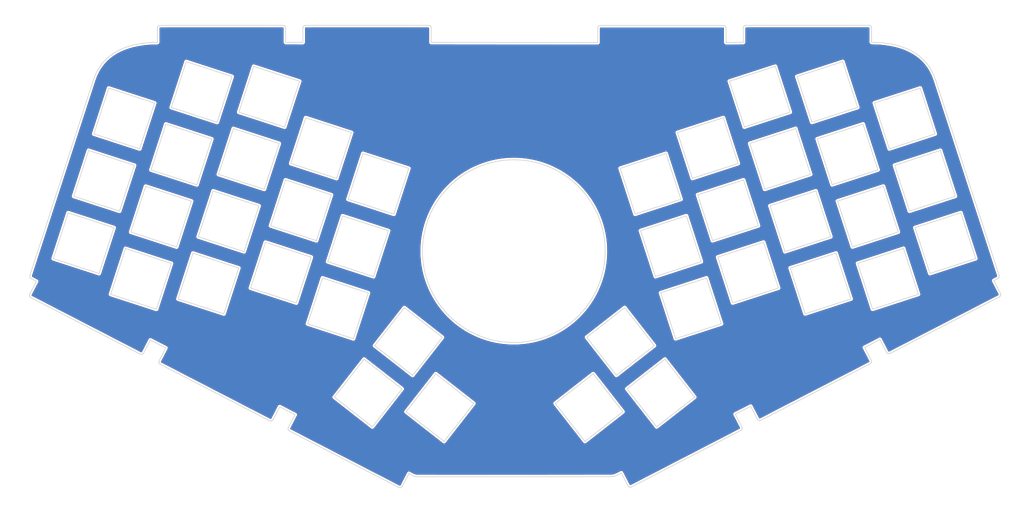
<source format=kicad_pcb>
(kicad_pcb (version 20171130) (host pcbnew "(5.1.7)-1")
  (layers (0 F.Cu signal) (31 B.Cu signal) (34 B.Paste user) (35 F.Paste user) (36 B.SilkS user) (37 F.SilkS user) (38 B.Mask user) (39 F.Mask user) (44 Edge.Cuts user))
  (net 0 "")
  (gr_line (start 227.429315 124.045218) (end 228.639371 124.51207) (layer Edge.Cuts) (width 0.2))
  (gr_line (start 229.825297 125.037596) (end 230.984553 125.620526) (layer Edge.Cuts) (width 0.2))
  (gr_line (start 230.984553 125.620526) (end 232.115615 126.260098) (layer Edge.Cuts) (width 0.2))
  (gr_line (start 232.115615 126.260098) (end 233.215689 126.95555) (layer Edge.Cuts) (width 0.2))
  (gr_line (start 228.639371 124.51207) (end 229.825297 125.037596) (layer Edge.Cuts) (width 0.2))
  (gr_line (start 205.943963 172.533056) (end 204.813155 171.893484) (layer Edge.Cuts) (width 0.2))
  (gr_line (start 201.613771 128.509522) (end 202.645773 127.705612) (layer Edge.Cuts) (width 0.2))
  (gr_line (start 192.677797 142.595853) (end 193.025015 141.343888) (layer Edge.Cuts) (width 0.2))
  (gr_line (start 197.093079 164.895276) (end 196.343017 163.828222) (layer Edge.Cuts) (width 0.2))
  (gr_line (start 215.836501 122.618246) (end 217.145871 122.520964) (layer Edge.Cuts) (width 0.2))
  (gr_line (start 197.897243 132.22605) (end 198.754239 131.231132) (layer Edge.Cuts) (width 0.2))
  (gr_line (start 213.253067 123.003818) (end 214.538053 122.779536) (layer Edge.Cuts) (width 0.2))
  (gr_line (start 211.983321 123.290076) (end 213.253067 123.003818) (layer Edge.Cuts) (width 0.2))
  (gr_line (start 200.618853 168.78681) (end 199.663305 167.877744) (layer Edge.Cuts) (width 0.2))
  (gr_line (start 195.647565 135.425688) (end 196.343017 134.32536) (layer Edge.Cuts) (width 0.2))
  (gr_line (start 202.645773 127.705612) (end 203.713081 126.95555) (layer Edge.Cuts) (width 0.2))
  (gr_line (start 196.343017 163.828222) (end 195.647565 162.727894) (layer Edge.Cuts) (width 0.2))
  (gr_line (start 197.897243 165.927532) (end 197.093079 164.895276) (layer Edge.Cuts) (width 0.2))
  (gr_line (start 193.899791 138.901678) (end 194.425063 137.716006) (layer Edge.Cuts) (width 0.2))
  (gr_line (start 204.813155 171.893484) (end 203.713081 171.198032) (layer Edge.Cuts) (width 0.2))
  (gr_line (start 203.713081 126.95555) (end 204.813155 126.260098) (layer Edge.Cuts) (width 0.2))
  (gr_line (start 199.663305 130.275838) (end 200.618853 129.366772) (layer Edge.Cuts) (width 0.2))
  (gr_line (start 192.167257 145.150332) (end 192.391539 143.865346) (layer Edge.Cuts) (width 0.2))
  (gr_line (start 193.432685 140.111734) (end 193.899791 138.901678) (layer Edge.Cuts) (width 0.2))
  (gr_line (start 191.875919 149.076664) (end 191.908431 147.758404) (layer Edge.Cuts) (width 0.2))
  (gr_line (start 194.425063 160.437576) (end 193.899791 159.25165) (layer Edge.Cuts) (width 0.2))
  (gr_line (start 198.754239 131.231132) (end 199.663305 130.275838) (layer Edge.Cuts) (width 0.2))
  (gr_line (start 191.908431 150.395178) (end 191.875919 149.076664) (layer Edge.Cuts) (width 0.2))
  (gr_line (start 193.899791 159.25165) (end 193.432685 158.041848) (layer Edge.Cuts) (width 0.2))
  (gr_line (start 195.647565 162.727894) (end 195.007993 161.597086) (layer Edge.Cuts) (width 0.2))
  (gr_line (start 201.613771 169.64406) (end 200.618853 168.78681) (layer Edge.Cuts) (width 0.2))
  (gr_line (start 197.093079 133.258306) (end 197.897243 132.22605) (layer Edge.Cuts) (width 0.2))
  (gr_line (start 194.425063 137.716006) (end 195.007993 136.556496) (layer Edge.Cuts) (width 0.2))
  (gr_line (start 192.005967 146.44878) (end 192.167257 145.150332) (layer Edge.Cuts) (width 0.2))
  (gr_line (start 192.005967 151.704802) (end 191.908431 150.395178) (layer Edge.Cuts) (width 0.2))
  (gr_line (start 193.025015 156.809694) (end 192.677797 155.557728) (layer Edge.Cuts) (width 0.2))
  (gr_line (start 198.754239 166.92245) (end 197.897243 165.927532) (layer Edge.Cuts) (width 0.2))
  (gr_line (start 207.103473 173.115986) (end 205.943963 172.533056) (layer Edge.Cuts) (width 0.2))
  (gr_line (start 208.289399 173.641258) (end 207.103473 173.115986) (layer Edge.Cuts) (width 0.2))
  (gr_line (start 209.499455 174.108364) (end 208.289399 173.641258) (layer Edge.Cuts) (width 0.2))
  (gr_line (start 214.538053 122.779536) (end 215.836501 122.618246) (layer Edge.Cuts) (width 0.2))
  (gr_line (start 223.675703 123.003818) (end 224.945195 123.290076) (layer Edge.Cuts) (width 0.2))
  (gr_line (start 226.197161 123.637548) (end 227.429315 124.045218) (layer Edge.Cuts) (width 0.2))
  (gr_line (start 195.007993 136.556496) (end 195.647565 135.425688) (layer Edge.Cuts) (width 0.2))
  (gr_line (start 192.167257 153.002996) (end 192.005967 151.704802) (layer Edge.Cuts) (width 0.2))
  (gr_line (start 199.663305 167.877744) (end 198.754239 166.92245) (layer Edge.Cuts) (width 0.2))
  (gr_line (start 224.945195 123.290076) (end 226.197161 123.637548) (layer Edge.Cuts) (width 0.2))
  (gr_line (start 191.908431 147.758404) (end 192.005967 146.44878) (layer Edge.Cuts) (width 0.2))
  (gr_line (start 192.677797 155.557728) (end 192.391539 154.288236) (layer Edge.Cuts) (width 0.2))
  (gr_line (start 222.390717 122.779536) (end 223.675703 123.003818) (layer Edge.Cuts) (width 0.2))
  (gr_line (start 200.618853 129.366772) (end 201.613771 128.509522) (layer Edge.Cuts) (width 0.2))
  (gr_line (start 221.092269 122.618246) (end 222.390717 122.779536) (layer Edge.Cuts) (width 0.2))
  (gr_line (start 209.499455 124.045218) (end 210.731355 123.637548) (layer Edge.Cuts) (width 0.2))
  (gr_line (start 218.464385 122.488198) (end 219.782899 122.520964) (layer Edge.Cuts) (width 0.2))
  (gr_line (start 207.103473 125.037596) (end 208.289399 124.51207) (layer Edge.Cuts) (width 0.2))
  (gr_line (start 196.343017 134.32536) (end 197.093079 133.258306) (layer Edge.Cuts) (width 0.2))
  (gr_line (start 219.782899 122.520964) (end 221.092269 122.618246) (layer Edge.Cuts) (width 0.2))
  (gr_line (start 217.145871 122.520964) (end 218.464385 122.488198) (layer Edge.Cuts) (width 0.2))
  (gr_line (start 208.289399 124.51207) (end 209.499455 124.045218) (layer Edge.Cuts) (width 0.2))
  (gr_line (start 203.713081 171.198032) (end 202.645773 170.44797) (layer Edge.Cuts) (width 0.2))
  (gr_line (start 210.731355 123.637548) (end 211.983321 123.290076) (layer Edge.Cuts) (width 0.2))
  (gr_line (start 193.025015 141.343888) (end 193.432685 140.111734) (layer Edge.Cuts) (width 0.2))
  (gr_line (start 193.432685 158.041848) (end 193.025015 156.809694) (layer Edge.Cuts) (width 0.2))
  (gr_line (start 205.943963 125.620526) (end 207.103473 125.037596) (layer Edge.Cuts) (width 0.2))
  (gr_line (start 202.645773 170.44797) (end 201.613771 169.64406) (layer Edge.Cuts) (width 0.2))
  (gr_line (start 204.813155 126.260098) (end 205.943963 125.620526) (layer Edge.Cuts) (width 0.2))
  (gr_line (start 192.391539 154.288236) (end 192.167257 153.002996) (layer Edge.Cuts) (width 0.2))
  (gr_line (start 192.391539 143.865346) (end 192.677797 142.595853) (layer Edge.Cuts) (width 0.2))
  (gr_line (start 195.007993 161.597086) (end 194.425063 160.437576) (layer Edge.Cuts) (width 0.2))
  (gr_line (start 221.092269 175.535082) (end 219.782899 175.632618) (layer Edge.Cuts) (width 0.2))
  (gr_line (start 223.675703 175.149764) (end 222.390717 175.374046) (layer Edge.Cuts) (width 0.2))
  (gr_line (start 224.945195 174.863506) (end 223.675703 175.149764) (layer Edge.Cuts) (width 0.2))
  (gr_line (start 235.314999 169.64406) (end 234.282997 170.44797) (layer Edge.Cuts) (width 0.2))
  (gr_line (start 238.174531 166.92245) (end 237.265211 167.877744) (layer Edge.Cuts) (width 0.2))
  (gr_line (start 228.639371 173.641258) (end 227.429315 174.108364) (layer Edge.Cuts) (width 0.2))
  (gr_line (start 241.920523 161.597086) (end 241.280951 162.727894) (layer Edge.Cuts) (width 0.2))
  (gr_line (start 227.429315 174.108364) (end 226.197161 174.516034) (layer Edge.Cuts) (width 0.2))
  (gr_line (start 244.537231 154.288236) (end 244.250973 155.557728) (layer Edge.Cuts) (width 0.2))
  (gr_line (start 243.903501 156.809694) (end 243.495831 158.041848) (layer Edge.Cuts) (width 0.2))
  (gr_line (start 234.282997 170.44797) (end 233.215689 171.198032) (layer Edge.Cuts) (width 0.2))
  (gr_line (start 237.265211 167.877744) (end 236.309917 168.78681) (layer Edge.Cuts) (width 0.2))
  (gr_line (start 244.250973 155.557728) (end 243.903501 156.809694) (layer Edge.Cuts) (width 0.2))
  (gr_line (start 241.280951 162.727894) (end 240.585753 163.828222) (layer Edge.Cuts) (width 0.2))
  (gr_line (start 226.197161 174.516034) (end 224.945195 174.863506) (layer Edge.Cuts) (width 0.2))
  (gr_line (start 230.984553 172.533056) (end 229.825297 173.115986) (layer Edge.Cuts) (width 0.2))
  (gr_line (start 244.761513 153.002996) (end 244.537231 154.288236) (layer Edge.Cuts) (width 0.2))
  (gr_line (start 245.020085 150.395178) (end 244.922803 151.704802) (layer Edge.Cuts) (width 0.2))
  (gr_line (start 233.215689 171.198032) (end 232.115615 171.893484) (layer Edge.Cuts) (width 0.2))
  (gr_line (start 239.835437 164.895276) (end 239.031527 165.927532) (layer Edge.Cuts) (width 0.2))
  (gr_line (start 232.115615 171.893484) (end 230.984553 172.533056) (layer Edge.Cuts) (width 0.2))
  (gr_line (start 236.309917 168.78681) (end 235.314999 169.64406) (layer Edge.Cuts) (width 0.2))
  (gr_line (start 240.585753 163.828222) (end 239.835437 164.895276) (layer Edge.Cuts) (width 0.2))
  (gr_line (start 242.503453 160.437576) (end 241.920523 161.597086) (layer Edge.Cuts) (width 0.2))
  (gr_line (start 239.031527 165.927532) (end 238.174531 166.92245) (layer Edge.Cuts) (width 0.2))
  (gr_line (start 210.731355 174.516034) (end 209.499455 174.108364) (layer Edge.Cuts) (width 0.2))
  (gr_line (start 211.983321 174.863506) (end 210.731355 174.516034) (layer Edge.Cuts) (width 0.2))
  (gr_line (start 219.782899 175.632618) (end 218.464385 175.665384) (layer Edge.Cuts) (width 0.2))
  (gr_line (start 243.028979 159.25165) (end 242.503453 160.437576) (layer Edge.Cuts) (width 0.2))
  (gr_line (start 244.922803 151.704802) (end 244.761513 153.002996) (layer Edge.Cuts) (width 0.2))
  (gr_line (start 213.253067 175.149764) (end 211.983321 174.863506) (layer Edge.Cuts) (width 0.2))
  (gr_line (start 214.538053 175.374046) (end 213.253067 175.149764) (layer Edge.Cuts) (width 0.2))
  (gr_line (start 229.825297 173.115986) (end 228.639371 173.641258) (layer Edge.Cuts) (width 0.2))
  (gr_line (start 215.836501 175.535082) (end 214.538053 175.374046) (layer Edge.Cuts) (width 0.2))
  (gr_line (start 217.145871 175.632618) (end 215.836501 175.535082) (layer Edge.Cuts) (width 0.2))
  (gr_line (start 218.464385 175.665384) (end 217.145871 175.632618) (layer Edge.Cuts) (width 0.2))
  (gr_line (start 222.390717 175.374046) (end 221.092269 175.535082) (layer Edge.Cuts) (width 0.2))
  (gr_line (start 243.495831 158.041848) (end 243.028979 159.25165) (layer Edge.Cuts) (width 0.2))
  (gr_line (start 297.345609 149.20214) (end 310.660289 144.876266) (layer Edge.Cuts) (width 0.2))
  (gr_line (start 285.542229 112.948466) (end 298.854369 108.6231) (layer Edge.Cuts) (width 0.2))
  (gr_line (start 331.831189 148.30298) (end 318.516509 152.6286) (layer Edge.Cuts) (width 0.2))
  (gr_line (start 244.922803 146.44878) (end 245.020085 147.758404) (layer Edge.Cuts) (width 0.2))
  (gr_line (start 244.537231 143.865346) (end 244.761513 145.150332) (layer Edge.Cuts) (width 0.2))
  (gr_line (start 233.215689 126.95555) (end 234.282997 127.705612) (layer Edge.Cuts) (width 0.2))
  (gr_line (start 242.503453 137.716006) (end 243.028979 138.901678) (layer Edge.Cuts) (width 0.2))
  (gr_line (start 306.334669 131.56184) (end 293.019989 135.88746) (layer Edge.Cuts) (width 0.2))
  (gr_line (start 245.020085 147.758404) (end 245.052851 149.076664) (layer Edge.Cuts) (width 0.2))
  (gr_line (start 310.660289 144.876266) (end 306.334669 131.56184) (layer Edge.Cuts) (width 0.2))
  (gr_line (start 270.419069 127.891286) (end 283.731209 123.565666) (layer Edge.Cuts) (width 0.2))
  (gr_line (start 287.137349 117.741446) (end 291.462969 131.05384) (layer Edge.Cuts) (width 0.2))
  (gr_line (start 241.920523 136.556496) (end 242.503453 137.716006) (layer Edge.Cuts) (width 0.2))
  (gr_line (start 300.853349 98.264726) (end 305.178969 111.57712) (layer Edge.Cuts) (width 0.2))
  (gr_line (start 336.156809 161.61512) (end 331.831189 148.30298) (layer Edge.Cuts) (width 0.2))
  (gr_line (start 279.405589 110.25378) (end 266.093449 114.579146) (layer Edge.Cuts) (width 0.2))
  (gr_line (start 250.710955 165.521386) (end 239.677195 174.139606) (layer Edge.Cuts) (width 0.2))
  (gr_line (start 289.603689 141.675866) (end 285.278069 128.363726) (layer Edge.Cuts) (width 0.2))
  (gr_line (start 240.585753 134.32536) (end 241.280951 135.425688) (layer Edge.Cuts) (width 0.2))
  (gr_line (start 259.331715 176.555146) (end 250.710955 165.521386) (layer Edge.Cuts) (width 0.2))
  (gr_line (start 293.019989 135.88746) (end 297.345609 149.20214) (layer Edge.Cuts) (width 0.2))
  (gr_line (start 266.093449 114.579146) (end 270.419069 127.891286) (layer Edge.Cuts) (width 0.2))
  (gr_line (start 241.280951 135.425688) (end 241.920523 136.556496) (layer Edge.Cuts) (width 0.2))
  (gr_line (start 239.835437 133.258306) (end 240.585753 134.32536) (layer Edge.Cuts) (width 0.2))
  (gr_line (start 235.314999 128.509522) (end 236.309917 129.366772) (layer Edge.Cuts) (width 0.2))
  (gr_line (start 238.174531 131.231132) (end 239.031527 132.22605) (layer Edge.Cuts) (width 0.2))
  (gr_line (start 320.068449 112.10544) (end 306.756309 116.430806) (layer Edge.Cuts) (width 0.2))
  (gr_line (start 298.854369 108.6231) (end 294.528749 95.310706) (layer Edge.Cuts) (width 0.2))
  (gr_line (start 236.309917 129.366772) (end 237.265211 130.275838) (layer Edge.Cuts) (width 0.2))
  (gr_line (start 245.052851 149.076664) (end 245.020085 150.395178) (layer Edge.Cuts) (width 0.2))
  (gr_line (start 249.430795 124.985526) (end 253.756415 138.300206) (layer Edge.Cuts) (width 0.2))
  (gr_line (start 329.253089 124.101606) (end 333.578709 137.416286) (layer Edge.Cuts) (width 0.2))
  (gr_line (start 294.528749 95.310706) (end 281.216609 99.636326) (layer Edge.Cuts) (width 0.2))
  (gr_line (start 262.742935 120.659906) (end 249.430795 124.985526) (layer Edge.Cuts) (width 0.2))
  (gr_line (start 243.028979 138.901678) (end 243.495831 140.111734) (layer Edge.Cuts) (width 0.2))
  (gr_line (start 237.265211 130.275838) (end 238.174531 131.231132) (layer Edge.Cuts) (width 0.2))
  (gr_line (start 300.452029 113.41608) (end 287.137349 117.741446) (layer Edge.Cuts) (width 0.2))
  (gr_line (start 285.278069 128.363726) (end 271.963389 132.6896) (layer Edge.Cuts) (width 0.2))
  (gr_line (start 244.250973 142.595853) (end 244.537231 143.865346) (layer Edge.Cuts) (width 0.2))
  (gr_line (start 324.394069 125.417326) (end 320.068449 112.10544) (layer Edge.Cuts) (width 0.2))
  (gr_line (start 283.731209 123.565666) (end 279.405589 110.25378) (layer Edge.Cuts) (width 0.2))
  (gr_line (start 267.068809 133.974586) (end 262.742935 120.659906) (layer Edge.Cuts) (width 0.2))
  (gr_line (start 244.761513 145.150332) (end 244.922803 146.44878) (layer Edge.Cuts) (width 0.2))
  (gr_line (start 346.890849 133.090666) (end 342.565229 119.77624) (layer Edge.Cuts) (width 0.2))
  (gr_line (start 245.052851 149.076664) (end 245.052851 149.076664) (layer Edge.Cuts) (width 0.2))
  (gr_line (start 318.516509 152.6286) (end 322.842129 165.94074) (layer Edge.Cuts) (width 0.2))
  (gr_line (start 311.081929 129.7432) (end 324.394069 125.417326) (layer Edge.Cuts) (width 0.2))
  (gr_line (start 253.756415 138.300206) (end 267.068809 133.974586) (layer Edge.Cuts) (width 0.2))
  (gr_line (start 276.289008 146.001486) (end 289.603689 141.675866) (layer Edge.Cuts) (width 0.2))
  (gr_line (start 271.963389 132.6896) (end 276.289008 146.001486) (layer Edge.Cuts) (width 0.2))
  (gr_line (start 322.842129 165.94074) (end 336.156809 161.61512) (layer Edge.Cuts) (width 0.2))
  (gr_line (start 305.178969 111.57712) (end 318.491109 107.251246) (layer Edge.Cuts) (width 0.2))
  (gr_line (start 304.775109 126.727966) (end 300.452029 113.41608) (layer Edge.Cuts) (width 0.2))
  (gr_line (start 314.165489 93.939106) (end 300.853349 98.264726) (layer Edge.Cuts) (width 0.2))
  (gr_line (start 333.578709 137.416286) (end 346.890849 133.090666) (layer Edge.Cuts) (width 0.2))
  (gr_line (start 243.903501 141.343888) (end 244.250973 142.595853) (layer Edge.Cuts) (width 0.2))
  (gr_line (start 239.031527 132.22605) (end 239.835437 133.258306) (layer Edge.Cuts) (width 0.2))
  (gr_line (start 281.216609 99.636326) (end 285.542229 112.948466) (layer Edge.Cuts) (width 0.2))
  (gr_line (start 291.462969 131.05384) (end 304.775109 126.727966) (layer Edge.Cuts) (width 0.2))
  (gr_line (start 243.495831 140.111734) (end 243.903501 141.343888) (layer Edge.Cuts) (width 0.2))
  (gr_line (start 306.756309 116.430806) (end 311.081929 129.7432) (layer Edge.Cuts) (width 0.2))
  (gr_line (start 234.282997 127.705612) (end 235.314999 128.509522) (layer Edge.Cuts) (width 0.2))
  (gr_line (start 318.491109 107.251246) (end 314.165489 93.939106) (layer Edge.Cuts) (width 0.2))
  (gr_line (start 342.565229 119.77624) (end 329.253089 124.101606) (layer Edge.Cuts) (width 0.2))
  (gr_line (start 111.792005 88.47328) (end 110.354365 88.638126) (layer Edge.Cuts) (width 0.2))
  (gr_line (start 114.768631 84.208366) (end 114.768377 88.336374) (layer Edge.Cuts) (width 0.2))
  (gr_line (start 114.804953 83.930744) (end 114.768631 84.208366) (layer Edge.Cuts) (width 0.2))
  (gr_line (start 157.357065 83.575652) (end 157.229303 83.723226) (layer Edge.Cuts) (width 0.2))
  (gr_line (start 193.625471 83.370674) (end 157.898085 83.378548) (layer Edge.Cuts) (width 0.2))
  (gr_line (start 115.023901 83.575652) (end 114.896139 83.723226) (layer Edge.Cuts) (width 0.2))
  (gr_line (start 151.415751 83.38185) (end 151.292307 83.370674) (layer Edge.Cuts) (width 0.2))
  (gr_line (start 193.748915 83.381596) (end 193.625471 83.370674) (layer Edge.Cuts) (width 0.2))
  (gr_line (start 194.422015 88.328246) (end 194.421761 84.200238) (layer Edge.Cuts) (width 0.2))
  (gr_line (start 279.819609 83.499706) (end 279.545289 83.411822) (layer Edge.Cuts) (width 0.2))
  (gr_line (start 151.687785 83.46948) (end 151.415751 83.38185) (layer Edge.Cuts) (width 0.2))
  (gr_line (start 151.961089 83.715098) (end 151.833581 83.567524) (layer Edge.Cuts) (width 0.2))
  (gr_line (start 157.502607 83.477354) (end 157.357065 83.575652) (layer Edge.Cuts) (width 0.2))
  (gr_line (start 194.166745 83.567524) (end 194.020949 83.46948) (layer Edge.Cuts) (width 0.2))
  (gr_line (start 243.154709 83.605878) (end 243.026947 83.753452) (layer Edge.Cuts) (width 0.2))
  (gr_line (start 194.421761 84.200238) (end 194.385439 83.922616) (layer Edge.Cuts) (width 0.2))
  (gr_line (start 242.935761 83.96097) (end 242.899185 84.238592) (layer Edge.Cuts) (width 0.2))
  (gr_line (start 243.572285 83.41995) (end 243.300251 83.507834) (layer Edge.Cuts) (width 0.2))
  (gr_line (start 194.385439 83.922616) (end 194.294253 83.715098) (layer Edge.Cuts) (width 0.2))
  (gr_line (start 279.423369 83.4009) (end 243.695729 83.408774) (layer Edge.Cuts) (width 0.2))
  (gr_line (start 151.833581 83.567524) (end 151.687785 83.46948) (layer Edge.Cuts) (width 0.2))
  (gr_line (start 152.052275 83.922616) (end 151.961089 83.715098) (layer Edge.Cuts) (width 0.2))
  (gr_line (start 157.138117 83.930744) (end 157.101541 84.208366) (layer Edge.Cuts) (width 0.2))
  (gr_line (start 152.088851 88.328246) (end 152.088851 84.200238) (layer Edge.Cuts) (width 0.2))
  (gr_line (start 242.899185 84.238592) (end 242.899185 88.3666) (layer Edge.Cuts) (width 0.2))
  (gr_line (start 157.101541 84.208366) (end 157.101541 88.336374) (layer Edge.Cuts) (width 0.2))
  (gr_line (start 113.267745 88.368886) (end 111.792005 88.47328) (layer Edge.Cuts) (width 0.2))
  (gr_line (start 103.829105 90.50274) (end 102.686105 91.101926) (layer Edge.Cuts) (width 0.2))
  (gr_line (start 157.898085 83.378548) (end 157.774641 83.389724) (layer Edge.Cuts) (width 0.2))
  (gr_line (start 243.300251 83.507834) (end 243.154709 83.605878) (layer Edge.Cuts) (width 0.2))
  (gr_line (start 151.292307 83.370674) (end 115.564921 83.378548) (layer Edge.Cuts) (width 0.2))
  (gr_line (start 157.101541 88.336374) (end 152.088851 88.328246) (layer Edge.Cuts) (width 0.2))
  (gr_line (start 243.026947 83.753452) (end 242.935761 83.96097) (layer Edge.Cuts) (width 0.2))
  (gr_line (start 194.294253 83.715098) (end 194.166745 83.567524) (layer Edge.Cuts) (width 0.2))
  (gr_line (start 108.952285 88.869266) (end 107.595925 89.16924) (layer Edge.Cuts) (width 0.2))
  (gr_line (start 115.169697 83.477608) (end 115.023901 83.575652) (layer Edge.Cuts) (width 0.2))
  (gr_line (start 99.663505 93.41104) (end 98.802699 94.361) (layer Edge.Cuts) (width 0.2))
  (gr_line (start 100.598225 92.55506) (end 99.663505 93.41104) (layer Edge.Cuts) (width 0.2))
  (gr_line (start 114.896139 83.723226) (end 114.804953 83.930744) (layer Edge.Cuts) (width 0.2))
  (gr_line (start 114.768377 88.336374) (end 113.267745 88.368886) (layer Edge.Cuts) (width 0.2))
  (gr_line (start 157.774641 83.389724) (end 157.502607 83.477354) (layer Edge.Cuts) (width 0.2))
  (gr_line (start 243.695729 83.408774) (end 243.572285 83.41995) (layer Edge.Cuts) (width 0.2))
  (gr_line (start 279.964389 83.59775) (end 279.819609 83.499706) (layer Edge.Cuts) (width 0.2))
  (gr_line (start 279.545289 83.411822) (end 279.423369 83.4009) (layer Edge.Cuts) (width 0.2))
  (gr_line (start 194.020949 83.46948) (end 193.748915 83.381596) (layer Edge.Cuts) (width 0.2))
  (gr_line (start 242.899185 88.3666) (end 194.422015 88.328246) (layer Edge.Cuts) (width 0.2))
  (gr_line (start 101.609145 91.785186) (end 100.598225 92.55506) (layer Edge.Cuts) (width 0.2))
  (gr_line (start 105.027985 89.981786) (end 103.829105 90.50274) (layer Edge.Cuts) (width 0.2))
  (gr_line (start 280.182829 83.952842) (end 280.091389 83.745324) (layer Edge.Cuts) (width 0.2))
  (gr_line (start 102.686105 91.101926) (end 101.609145 91.785186) (layer Edge.Cuts) (width 0.2))
  (gr_line (start 115.441477 83.389724) (end 115.169697 83.477608) (layer Edge.Cuts) (width 0.2))
  (gr_line (start 152.088851 84.200238) (end 152.052275 83.922616) (layer Edge.Cuts) (width 0.2))
  (gr_line (start 115.564921 83.378548) (end 115.441477 83.389724) (layer Edge.Cuts) (width 0.2))
  (gr_line (start 280.091389 83.745324) (end 279.964389 83.59775) (layer Edge.Cuts) (width 0.2))
  (gr_line (start 106.287825 89.54008) (end 105.027985 89.981786) (layer Edge.Cuts) (width 0.2))
  (gr_line (start 157.229303 83.723226) (end 157.138117 83.930744) (layer Edge.Cuts) (width 0.2))
  (gr_line (start 107.595925 89.16924) (end 106.287825 89.54008) (layer Edge.Cuts) (width 0.2))
  (gr_line (start 110.354365 88.638126) (end 108.952285 88.869266) (layer Edge.Cuts) (width 0.2))
  (gr_line (start 327.566529 178.920394) (end 327.848469 178.873404) (layer Edge.Cuts) (width 0.2))
  (gr_line (start 321.752469 83.360768) (end 286.024829 83.368896) (layer Edge.Cuts) (width 0.2))
  (gr_line (start 324.058789 88.3539) (end 322.550029 88.3158) (layer Edge.Cuts) (width 0.2))
  (gr_line (start 322.547489 84.190586) (end 322.511929 83.912964) (layer Edge.Cuts) (width 0.2))
  (gr_line (start 328.374249 88.85428) (end 326.972169 88.62314) (layer Edge.Cuts) (width 0.2))
  (gr_line (start 360.088689 161.996374) (end 360.134409 161.806382) (layer Edge.Cuts) (width 0.2))
  (gr_line (start 333.497429 90.4875) (end 332.298549 89.966546) (layer Edge.Cuts) (width 0.2))
  (gr_line (start 331.038709 89.524586) (end 329.730609 89.154) (layer Edge.Cuts) (width 0.2))
  (gr_line (start 332.298549 89.966546) (end 331.038709 89.524586) (layer Edge.Cuts) (width 0.2))
  (gr_line (start 285.227269 88.326722) (end 280.220929 88.358472) (layer Edge.Cuts) (width 0.2))
  (gr_line (start 285.227269 84.198714) (end 285.227269 88.326722) (layer Edge.Cuts) (width 0.2))
  (gr_line (start 324.978269 174.792132) (end 326.873109 178.455574) (layer Edge.Cuts) (width 0.2))
  (gr_line (start 336.728309 92.539566) (end 335.717389 91.769946) (layer Edge.Cuts) (width 0.2))
  (gr_line (start 340.609429 97.76968) (end 340.002369 96.529906) (layer Edge.Cuts) (width 0.2))
  (gr_line (start 359.618789 156.669486) (end 359.672129 156.505656) (layer Edge.Cuts) (width 0.2))
  (gr_line (start 359.804209 162.353244) (end 360.004869 162.150298) (layer Edge.Cuts) (width 0.2))
  (gr_line (start 326.873109 178.455574) (end 327.033129 178.685444) (layer Edge.Cuts) (width 0.2))
  (gr_line (start 285.356809 83.71332) (end 285.265369 83.920838) (layer Edge.Cuts) (width 0.2))
  (gr_line (start 322.146169 83.459574) (end 321.874389 83.371944) (layer Edge.Cuts) (width 0.2))
  (gr_line (start 327.210929 178.827938) (end 327.391269 178.900328) (layer Edge.Cuts) (width 0.2))
  (gr_line (start 321.874389 83.371944) (end 321.752469 83.360768) (layer Edge.Cuts) (width 0.2))
  (gr_line (start 285.483809 83.565746) (end 285.356809 83.71332) (layer Edge.Cuts) (width 0.2))
  (gr_line (start 322.293489 83.557618) (end 322.146169 83.459574) (layer Edge.Cuts) (width 0.2))
  (gr_line (start 327.848469 178.873404) (end 327.962769 178.826668) (layer Edge.Cuts) (width 0.2))
  (gr_line (start 285.628589 83.467702) (end 285.483809 83.565746) (layer Edge.Cuts) (width 0.2))
  (gr_line (start 322.420489 83.705192) (end 322.293489 83.557618) (layer Edge.Cuts) (width 0.2))
  (gr_line (start 360.134409 161.806382) (end 360.121709 161.580322) (layer Edge.Cuts) (width 0.2))
  (gr_line (start 322.517009 181.025038) (end 322.423029 180.76164) (layer Edge.Cuts) (width 0.2))
  (gr_line (start 322.511929 83.912964) (end 322.420489 83.705192) (layer Edge.Cuts) (width 0.2))
  (gr_line (start 339.306409 95.3897) (end 338.524089 94.34576) (layer Edge.Cuts) (width 0.2))
  (gr_line (start 322.402709 181.595014) (end 322.486529 181.44109) (layer Edge.Cuts) (width 0.2))
  (gr_line (start 359.372409 156.989018) (end 359.540049 156.805122) (layer Edge.Cuts) (width 0.2))
  (gr_line (start 359.700069 162.419792) (end 359.804209 162.353244) (layer Edge.Cuts) (width 0.2))
  (gr_line (start 359.288589 157.051248) (end 359.372409 156.989018) (layer Edge.Cuts) (width 0.2))
  (gr_line (start 358.130349 157.651958) (end 359.288589 157.051248) (layer Edge.Cuts) (width 0.2))
  (gr_line (start 359.644189 156.095192) (end 341.125049 99.11588) (layer Edge.Cuts) (width 0.2))
  (gr_line (start 360.004869 162.150298) (end 360.088689 161.996374) (layer Edge.Cuts) (width 0.2))
  (gr_line (start 327.033129 178.685444) (end 327.210929 178.827938) (layer Edge.Cuts) (width 0.2))
  (gr_line (start 338.524089 94.34576) (end 337.663029 93.395546) (layer Edge.Cuts) (width 0.2))
  (gr_line (start 327.391269 178.900328) (end 327.566529 178.920394) (layer Edge.Cuts) (width 0.2))
  (gr_line (start 341.125049 99.11588) (end 340.609429 97.76968) (layer Edge.Cuts) (width 0.2))
  (gr_line (start 340.002369 96.529906) (end 339.306409 95.3897) (layer Edge.Cuts) (width 0.2))
  (gr_line (start 285.900369 83.379818) (end 285.628589 83.467702) (layer Edge.Cuts) (width 0.2))
  (gr_line (start 335.717389 91.769946) (end 334.640429 91.086686) (layer Edge.Cuts) (width 0.2))
  (gr_line (start 325.534529 88.457786) (end 324.058789 88.3539) (layer Edge.Cuts) (width 0.2))
  (gr_line (start 326.972169 88.62314) (end 325.534529 88.457786) (layer Edge.Cuts) (width 0.2))
  (gr_line (start 337.663029 93.395546) (end 336.728309 92.539566) (layer Edge.Cuts) (width 0.2))
  (gr_line (start 322.423029 180.76164) (end 320.525649 177.098198) (layer Edge.Cuts) (width 0.2))
  (gr_line (start 334.640429 91.086686) (end 333.497429 90.4875) (layer Edge.Cuts) (width 0.2))
  (gr_line (start 322.532249 181.251352) (end 322.517009 181.025038) (layer Edge.Cuts) (width 0.2))
  (gr_line (start 329.730609 89.154) (end 328.374249 88.85428) (layer Edge.Cuts) (width 0.2))
  (gr_line (start 327.962769 178.826668) (end 359.700069 162.419792) (layer Edge.Cuts) (width 0.2))
  (gr_line (start 360.121709 161.580322) (end 360.025189 161.316924) (layer Edge.Cuts) (width 0.2))
  (gr_line (start 286.024829 83.368896) (end 285.900369 83.379818) (layer Edge.Cuts) (width 0.2))
  (gr_line (start 359.672129 156.505656) (end 359.684829 156.31414) (layer Edge.Cuts) (width 0.2))
  (gr_line (start 322.550029 88.3158) (end 322.547489 84.190586) (layer Edge.Cuts) (width 0.2))
  (gr_line (start 360.025189 161.316924) (end 358.130349 157.651958) (layer Edge.Cuts) (width 0.2))
  (gr_line (start 320.525649 177.098198) (end 324.978269 174.792132) (layer Edge.Cuts) (width 0.2))
  (gr_line (start 322.486529 181.44109) (end 322.532249 181.251352) (layer Edge.Cuts) (width 0.2))
  (gr_line (start 359.684829 156.31414) (end 359.644189 156.095192) (layer Edge.Cuts) (width 0.2))
  (gr_line (start 280.218389 84.230464) (end 280.182829 83.952842) (layer Edge.Cuts) (width 0.2))
  (gr_line (start 280.220929 88.358472) (end 280.218389 84.230464) (layer Edge.Cuts) (width 0.2))
  (gr_line (start 285.265369 83.920838) (end 285.227269 84.198714) (layer Edge.Cuts) (width 0.2))
  (gr_line (start 359.540049 156.805122) (end 359.618789 156.669486) (layer Edge.Cuts) (width 0.2))
  (gr_line (start 77.66939 161.518346) (end 77.574141 161.781744) (layer Edge.Cuts) (width 0.2))
  (gr_line (start 109.732827 179.02809) (end 109.847381 179.07508) (layer Edge.Cuts) (width 0.2))
  (gr_line (start 77.689711 162.35172) (end 77.890879 162.554666) (layer Edge.Cuts) (width 0.2))
  (gr_line (start 78.065123 157.070806) (end 78.182471 157.141164) (layer Edge.Cuts) (width 0.2))
  (gr_line (start 77.727556 156.693616) (end 77.83195 156.856684) (layer Edge.Cuts) (width 0.2))
  (gr_line (start 77.890879 162.554666) (end 77.995527 162.621214) (layer Edge.Cuts) (width 0.2))
  (gr_line (start 77.559663 162.008058) (end 77.605128 162.197796) (layer Edge.Cuts) (width 0.2))
  (gr_line (start 110.821471 178.656996) (end 112.730027 174.964598) (layer Edge.Cuts) (width 0.2))
  (gr_line (start 77.574141 161.781744) (end 77.559663 162.008058) (layer Edge.Cuts) (width 0.2))
  (gr_line (start 96.717359 97.78492) (end 96.201485 99.130866) (layer Edge.Cuts) (width 0.2))
  (gr_line (start 112.730027 174.964598) (end 117.193823 177.241962) (layer Edge.Cuts) (width 0.2))
  (gr_line (start 77.660755 156.492702) (end 77.727556 156.693616) (layer Edge.Cuts) (width 0.2))
  (gr_line (start 77.995527 162.621214) (end 109.732827 179.02809) (layer Edge.Cuts) (width 0.2))
  (gr_line (start 110.485175 179.02936) (end 110.661451 178.886866) (layer Edge.Cuts) (width 0.2))
  (gr_line (start 77.605128 162.197796) (end 77.689711 162.35172) (layer Edge.Cuts) (width 0.2))
  (gr_line (start 78.182471 157.141164) (end 79.564739 157.854904) (layer Edge.Cuts) (width 0.2))
  (gr_line (start 79.564739 157.854904) (end 77.66939 161.518346) (layer Edge.Cuts) (width 0.2))
  (gr_line (start 97.324165 96.545146) (end 96.717359 97.78492) (layer Edge.Cuts) (width 0.2))
  (gr_line (start 109.847381 179.07508) (end 110.129321 179.12207) (layer Edge.Cuts) (width 0.2))
  (gr_line (start 98.802699 94.361) (end 98.020125 95.404686) (layer Edge.Cuts) (width 0.2))
  (gr_line (start 77.729081 155.97378) (end 77.653897 156.252926) (layer Edge.Cuts) (width 0.2))
  (gr_line (start 77.653897 156.252926) (end 77.660755 156.492702) (layer Edge.Cuts) (width 0.2))
  (gr_line (start 98.020125 95.404686) (end 97.324165 96.545146) (layer Edge.Cuts) (width 0.2))
  (gr_line (start 96.201485 99.130866) (end 77.729081 155.97378) (layer Edge.Cuts) (width 0.2))
  (gr_line (start 110.129321 179.12207) (end 110.303819 179.10175) (layer Edge.Cuts) (width 0.2))
  (gr_line (start 77.83195 156.856684) (end 78.065123 157.070806) (layer Edge.Cuts) (width 0.2))
  (gr_line (start 110.661451 178.886866) (end 110.821471 178.656996) (layer Edge.Cuts) (width 0.2))
  (gr_line (start 110.303819 179.10175) (end 110.485175 179.02936) (layer Edge.Cuts) (width 0.2))
  (gr_line (start 190.188343 214.711026) (end 190.548515 214.706962) (layer Edge.Cuts) (width 0.2))
  (gr_line (start 190.548515 214.706962) (end 218.663775 214.718392) (layer Edge.Cuts) (width 0.2))
  (gr_line (start 185.540143 217.908378) (end 185.721245 217.835988) (layer Edge.Cuts) (width 0.2))
  (gr_line (start 185.083451 217.881708) (end 185.365645 217.928698) (layer Edge.Cuts) (width 0.2))
  (gr_line (start 147.758405 198.509128) (end 147.932903 198.489062) (layer Edge.Cuts) (width 0.2))
  (gr_line (start 189.150753 214.434166) (end 189.750193 214.634826) (layer Edge.Cuts) (width 0.2))
  (gr_line (start 322.199509 181.79796) (end 322.402709 181.595014) (layer Edge.Cuts) (width 0.2))
  (gr_line (start 187.960763 213.785958) (end 189.150753 214.434166) (layer Edge.Cuts) (width 0.2))
  (gr_line (start 249.741691 213.624414) (end 251.637293 217.287602) (layer Edge.Cuts) (width 0.2))
  (gr_line (start 152.841453 201.004424) (end 152.925781 201.158348) (layer Edge.Cuts) (width 0.2))
  (gr_line (start 284.899609 200.638664) (end 284.884369 200.41235) (layer Edge.Cuts) (width 0.2))
  (gr_line (start 184.968897 217.834718) (end 185.083451 217.881708) (layer Edge.Cuts) (width 0.2))
  (gr_line (start 218.663775 214.718392) (end 246.854981 214.691976) (layer Edge.Cuts) (width 0.2))
  (gr_line (start 289.786569 198.345044) (end 289.961829 198.365364) (layer Edge.Cuts) (width 0.2))
  (gr_line (start 252.726191 217.65895) (end 284.462729 201.252074) (layer Edge.Cuts) (width 0.2))
  (gr_line (start 290.358069 198.271384) (end 322.095369 181.864508) (layer Edge.Cuts) (width 0.2))
  (gr_line (start 322.095369 181.864508) (end 322.199509 181.79796) (layer Edge.Cuts) (width 0.2))
  (gr_line (start 290.243769 198.318374) (end 290.358069 198.271384) (layer Edge.Cuts) (width 0.2))
  (gr_line (start 189.750193 214.634826) (end 190.188343 214.711026) (layer Edge.Cuts) (width 0.2))
  (gr_line (start 289.961829 198.365364) (end 290.243769 198.318374) (layer Edge.Cuts) (width 0.2))
  (gr_line (start 284.853889 200.828402) (end 284.899609 200.638664) (layer Edge.Cuts) (width 0.2))
  (gr_line (start 289.606229 198.272654) (end 289.786569 198.345044) (layer Edge.Cuts) (width 0.2))
  (gr_line (start 252.154945 217.73261) (end 252.329443 217.752676) (layer Edge.Cuts) (width 0.2))
  (gr_line (start 185.721245 217.835988) (end 185.897521 217.693748) (layer Edge.Cuts) (width 0.2))
  (gr_line (start 284.462729 201.252074) (end 284.566869 201.185272) (layer Edge.Cuts) (width 0.2))
  (gr_line (start 252.611383 217.705686) (end 252.726191 217.65895) (layer Edge.Cuts) (width 0.2))
  (gr_line (start 185.897521 217.693748) (end 186.057541 217.463624) (layer Edge.Cuts) (width 0.2))
  (gr_line (start 150.353523 194.366134) (end 154.800809 196.661532) (layer Edge.Cuts) (width 0.2))
  (gr_line (start 289.430969 198.130414) (end 289.606229 198.272654) (layer Edge.Cuts) (width 0.2))
  (gr_line (start 289.270949 197.90029) (end 289.430969 198.130414) (layer Edge.Cuts) (width 0.2))
  (gr_line (start 252.329443 217.752676) (end 252.611383 217.705686) (layer Edge.Cuts) (width 0.2))
  (gr_line (start 152.795733 200.814686) (end 152.841453 201.004424) (layer Edge.Cuts) (width 0.2))
  (gr_line (start 247.335295 214.645494) (end 247.850661 214.520272) (layer Edge.Cuts) (width 0.2))
  (gr_line (start 287.365949 194.222624) (end 289.270949 197.90029) (layer Edge.Cuts) (width 0.2))
  (gr_line (start 282.900629 196.499988) (end 287.365949 194.222624) (layer Edge.Cuts) (width 0.2))
  (gr_line (start 147.932903 198.489062) (end 148.114005 198.416418) (layer Edge.Cuts) (width 0.2))
  (gr_line (start 148.290535 198.274178) (end 148.450555 198.044054) (layer Edge.Cuts) (width 0.2))
  (gr_line (start 152.905461 200.324974) (end 152.810211 200.588372) (layer Edge.Cuts) (width 0.2))
  (gr_line (start 284.790389 200.149206) (end 282.900629 196.499988) (layer Edge.Cuts) (width 0.2))
  (gr_line (start 153.126949 201.361294) (end 153.231597 201.427842) (layer Edge.Cuts) (width 0.2))
  (gr_line (start 284.884369 200.41235) (end 284.790389 200.149206) (layer Edge.Cuts) (width 0.2))
  (gr_line (start 148.114005 198.416418) (end 148.290535 198.274178) (layer Edge.Cuts) (width 0.2))
  (gr_line (start 284.566869 201.185272) (end 284.770069 200.98258) (layer Edge.Cuts) (width 0.2))
  (gr_line (start 284.770069 200.98258) (end 284.853889 200.828402) (layer Edge.Cuts) (width 0.2))
  (gr_line (start 153.231597 201.427842) (end 184.968897 217.834718) (layer Edge.Cuts) (width 0.2))
  (gr_line (start 152.810211 200.588372) (end 152.795733 200.814686) (layer Edge.Cuts) (width 0.2))
  (gr_line (start 251.973843 217.659966) (end 252.154945 217.73261) (layer Edge.Cuts) (width 0.2))
  (gr_line (start 154.800809 196.661532) (end 152.905461 200.324974) (layer Edge.Cuts) (width 0.2))
  (gr_line (start 251.797313 217.517726) (end 251.973843 217.659966) (layer Edge.Cuts) (width 0.2))
  (gr_line (start 251.637293 217.287602) (end 251.797313 217.517726) (layer Edge.Cuts) (width 0.2))
  (gr_line (start 247.850661 214.520272) (end 248.473723 214.268304) (layer Edge.Cuts) (width 0.2))
  (gr_line (start 152.925781 201.158348) (end 153.126949 201.361294) (layer Edge.Cuts) (width 0.2))
  (gr_line (start 248.473723 214.268304) (end 249.741691 213.624414) (layer Edge.Cuts) (width 0.2))
  (gr_line (start 185.365645 217.928698) (end 185.540143 217.908378) (layer Edge.Cuts) (width 0.2))
  (gr_line (start 246.854981 214.691976) (end 247.335295 214.645494) (layer Edge.Cuts) (width 0.2))
  (gr_line (start 186.057541 217.463624) (end 187.960763 213.785958) (layer Edge.Cuts) (width 0.2))
  (gr_line (start 148.450555 198.044054) (end 150.353523 194.366134) (layer Edge.Cuts) (width 0.2))
  (gr_line (start 120.789955 162.983926) (end 125.115575 149.671786) (layer Edge.Cuts) (width 0.2))
  (gr_line (start 115.188747 181.395116) (end 115.234213 181.584854) (layer Edge.Cuts) (width 0.2))
  (gr_line (start 115.203225 181.168802) (end 115.188747 181.395116) (layer Edge.Cuts) (width 0.2))
  (gr_line (start 115.298221 180.905404) (end 115.203225 181.168802) (layer Edge.Cuts) (width 0.2))
  (gr_line (start 155.191715 164.134546) (end 141.879575 159.808926) (layer Edge.Cuts) (width 0.2))
  (gr_line (start 189.029595 185.188606) (end 177.995581 176.57064) (layer Edge.Cuts) (width 0.2))
  (gr_line (start 164.335715 152.135586) (end 168.661335 138.823446) (layer Edge.Cuts) (width 0.2))
  (gr_line (start 107.030775 143.517366) (end 111.356395 130.20548) (layer Edge.Cuts) (width 0.2))
  (gr_line (start 195.763135 184.7723) (end 206.796641 193.392806) (layer Edge.Cuts) (width 0.2))
  (gr_line (start 177.995581 176.57064) (end 186.616595 165.536626) (layer Edge.Cuts) (width 0.2))
  (gr_line (start 130.993135 131.576826) (end 144.307815 135.902446) (layer Edge.Cuts) (width 0.2))
  (gr_line (start 147.724115 141.691106) (end 152.049735 128.378966) (layer Edge.Cuts) (width 0.2))
  (gr_line (start 97.802701 155.56992) (end 84.490815 151.244046) (layer Edge.Cuts) (width 0.2))
  (gr_line (start 158.483555 170.225466) (end 162.808921 156.91104) (layer Edge.Cuts) (width 0.2))
  (gr_line (start 123.162315 93.954346) (end 136.474455 98.279966) (layer Edge.Cuts) (width 0.2))
  (gr_line (start 206.796641 193.392806) (end 198.176135 204.426566) (layer Edge.Cuts) (width 0.2))
  (gr_line (start 132.148835 111.592106) (end 118.836695 107.26674) (layer Edge.Cuts) (width 0.2))
  (gr_line (start 115.234213 181.584854) (end 115.318795 181.738778) (layer Edge.Cuts) (width 0.2))
  (gr_line (start 138.427715 153.997406) (end 134.102095 167.309546) (layer Edge.Cuts) (width 0.2))
  (gr_line (start 136.474455 98.279966) (end 132.148835 111.592106) (layer Edge.Cuts) (width 0.2))
  (gr_line (start 168.661335 138.823446) (end 181.973475 143.149065) (layer Edge.Cuts) (width 0.2))
  (gr_line (start 124.668535 134.5311) (end 120.342661 147.84324) (layer Edge.Cuts) (width 0.2))
  (gr_line (start 96.299275 114.980466) (end 100.624895 101.665786) (layer Edge.Cuts) (width 0.2))
  (gr_line (start 125.115575 149.671786) (end 138.427715 153.997406) (layer Edge.Cuts) (width 0.2))
  (gr_line (start 186.616595 165.536626) (end 197.650101 174.154846) (layer Edge.Cuts) (width 0.2))
  (gr_line (start 183.571135 138.315446) (end 170.258995 133.989826) (layer Edge.Cuts) (width 0.2))
  (gr_line (start 102.128575 142.25524) (end 97.802701 155.56992) (layer Edge.Cuts) (width 0.2))
  (gr_line (start 141.879575 159.808926) (end 146.205195 146.494245) (layer Edge.Cuts) (width 0.2))
  (gr_line (start 166.273735 191.564006) (end 174.894495 180.530246) (layer Edge.Cuts) (width 0.2))
  (gr_line (start 118.836695 107.26674) (end 123.162315 93.954346) (layer Edge.Cuts) (width 0.2))
  (gr_line (start 177.307495 200.18248) (end 166.273735 191.564006) (layer Edge.Cuts) (width 0.2))
  (gr_line (start 174.584615 120.675146) (end 187.896755 125.000766) (layer Edge.Cuts) (width 0.2))
  (gr_line (start 171.797981 174.551086) (end 158.483555 170.225466) (layer Edge.Cuts) (width 0.2))
  (gr_line (start 100.624895 101.665786) (end 113.937035 105.99166) (layer Edge.Cuts) (width 0.2))
  (gr_line (start 185.928255 189.148466) (end 177.307495 200.18248) (layer Edge.Cuts) (width 0.2))
  (gr_line (start 113.937035 105.99166) (end 109.611415 119.306086) (layer Edge.Cuts) (width 0.2))
  (gr_line (start 162.808921 156.91104) (end 176.123855 161.236406) (layer Edge.Cuts) (width 0.2))
  (gr_line (start 198.176135 204.426566) (end 187.142375 195.805806) (layer Edge.Cuts) (width 0.2))
  (gr_line (start 181.973475 143.149065) (end 177.647855 156.461206) (layer Edge.Cuts) (width 0.2))
  (gr_line (start 134.102095 167.309546) (end 120.789955 162.983926) (layer Edge.Cuts) (width 0.2))
  (gr_line (start 120.342661 147.84324) (end 107.030775 143.517366) (layer Edge.Cuts) (width 0.2))
  (gr_line (start 111.356395 130.20548) (end 124.668535 134.5311) (layer Edge.Cuts) (width 0.2))
  (gr_line (start 170.258995 133.989826) (end 174.584615 120.675146) (layer Edge.Cuts) (width 0.2))
  (gr_line (start 161.038795 146.016725) (end 147.724115 141.691106) (layer Edge.Cuts) (width 0.2))
  (gr_line (start 187.896755 125.000766) (end 183.571135 138.315446) (layer Edge.Cuts) (width 0.2))
  (gr_line (start 177.647855 156.461206) (end 164.335715 152.135586) (layer Edge.Cuts) (width 0.2))
  (gr_line (start 197.650101 174.154846) (end 189.029595 185.188606) (layer Edge.Cuts) (width 0.2))
  (gr_line (start 109.611415 119.306086) (end 96.299275 114.980466) (layer Edge.Cuts) (width 0.2))
  (gr_line (start 117.193823 177.241962) (end 115.298221 180.905404) (layer Edge.Cuts) (width 0.2))
  (gr_line (start 146.205195 146.494245) (end 159.517081 150.82012) (layer Edge.Cuts) (width 0.2))
  (gr_line (start 176.123855 161.236406) (end 171.797981 174.551086) (layer Edge.Cuts) (width 0.2))
  (gr_line (start 165.364415 132.704586) (end 161.038795 146.016725) (layer Edge.Cuts) (width 0.2))
  (gr_line (start 144.307815 135.902446) (end 139.982195 149.217126) (layer Edge.Cuts) (width 0.2))
  (gr_line (start 147.476465 198.462138) (end 147.758405 198.509128) (layer Edge.Cuts) (width 0.2))
  (gr_line (start 84.490815 151.244046) (end 88.816181 137.92962) (layer Edge.Cuts) (width 0.2))
  (gr_line (start 147.361657 198.415402) (end 147.476465 198.462138) (layer Edge.Cuts) (width 0.2))
  (gr_line (start 159.517081 150.82012) (end 155.191715 164.134546) (layer Edge.Cuts) (width 0.2))
  (gr_line (start 115.624611 182.008526) (end 147.361657 198.415402) (layer Edge.Cuts) (width 0.2))
  (gr_line (start 187.142375 195.805806) (end 195.763135 184.7723) (layer Edge.Cuts) (width 0.2))
  (gr_line (start 88.816181 137.92962) (end 102.128575 142.25524) (layer Edge.Cuts) (width 0.2))
  (gr_line (start 115.519963 181.941724) (end 115.624611 182.008526) (layer Edge.Cuts) (width 0.2))
  (gr_line (start 115.318795 181.738778) (end 115.519963 181.941724) (layer Edge.Cuts) (width 0.2))
  (gr_line (start 174.894495 180.530246) (end 185.928255 189.148466) (layer Edge.Cuts) (width 0.2))
  (gr_line (start 152.049735 128.378966) (end 165.364415 132.704586) (layer Edge.Cuts) (width 0.2))
  (gr_line (start 138.473435 108.63834) (end 142.7988 95.3262) (layer Edge.Cuts) (width 0.2))
  (gr_line (start 151.785575 112.963706) (end 138.473435 108.63834) (layer Edge.Cuts) (width 0.2))
  (gr_line (start 262.433055 180.515006) (end 251.399295 189.133226) (layer Edge.Cuts) (width 0.2))
  (gr_line (start 156.111195 99.651566) (end 151.785575 112.963706) (layer Edge.Cuts) (width 0.2))
  (gr_line (start 136.875775 113.43132) (end 150.190455 117.756686) (layer Edge.Cuts) (width 0.2))
  (gr_line (start 101.170995 161.630106) (end 105.496615 148.317966) (layer Edge.Cuts) (width 0.2))
  (gr_line (start 250.185175 195.790566) (end 241.564415 184.756806) (layer Edge.Cuts) (width 0.2))
  (gr_line (start 114.485675 165.955726) (end 101.170995 161.630106) (layer Edge.Cuts) (width 0.2))
  (gr_line (start 316.537849 162.968686) (end 312.212229 149.656546) (layer Edge.Cuts) (width 0.2))
  (gr_line (start 132.552695 126.743206) (end 136.875775 113.43132) (layer Edge.Cuts) (width 0.2))
  (gr_line (start 291.122609 146.479006) (end 277.810468 150.804626) (layer Edge.Cuts) (width 0.2))
  (gr_line (start 112.933735 125.43282) (end 117.259355 112.120426) (layer Edge.Cuts) (width 0.2))
  (gr_line (start 268.666469 138.808206) (end 255.354075 143.13408) (layer Edge.Cuts) (width 0.2))
  (gr_line (start 255.354075 143.13408) (end 259.679695 156.445966) (layer Edge.Cuts) (width 0.2))
  (gr_line (start 335.199229 142.239746) (end 339.524849 155.554426) (layer Edge.Cuts) (width 0.2))
  (gr_line (start 239.677195 174.139606) (end 248.297955 185.173366) (layer Edge.Cuts) (width 0.2))
  (gr_line (start 325.971409 130.189986) (end 312.659269 134.515606) (layer Edge.Cuts) (width 0.2))
  (gr_line (start 271.054069 191.548766) (end 262.433055 180.515006) (layer Edge.Cuts) (width 0.2))
  (gr_line (start 323.390769 105.976166) (end 327.716389 119.2911) (layer Edge.Cuts) (width 0.2))
  (gr_line (start 126.245875 129.75844) (end 112.933735 125.43282) (layer Edge.Cuts) (width 0.2))
  (gr_line (start 327.716389 119.2911) (end 341.028529 114.96548) (layer Edge.Cuts) (width 0.2))
  (gr_line (start 251.399295 189.133226) (end 260.020055 200.166986) (layer Edge.Cuts) (width 0.2))
  (gr_line (start 316.984889 147.827746) (end 330.297029 143.50238) (layer Edge.Cuts) (width 0.2))
  (gr_line (start 336.702909 101.650546) (end 323.390769 105.976166) (layer Edge.Cuts) (width 0.2))
  (gr_line (start 105.496615 148.317966) (end 118.811295 152.643586) (layer Edge.Cuts) (width 0.2))
  (gr_line (start 118.811295 152.643586) (end 114.485675 165.955726) (layer Edge.Cuts) (width 0.2))
  (gr_line (start 145.864835 131.068826) (end 132.552695 126.743206) (layer Edge.Cuts) (width 0.2))
  (gr_line (start 150.190455 117.756686) (end 145.864835 131.068826) (layer Edge.Cuts) (width 0.2))
  (gr_line (start 90.436955 133.105906) (end 94.762575 119.79148) (layer Edge.Cuts) (width 0.2))
  (gr_line (start 153.596341 123.580906) (end 157.921961 110.268766) (layer Edge.Cuts) (width 0.2))
  (gr_line (start 339.524849 155.554426) (end 352.836989 151.228806) (layer Edge.Cuts) (width 0.2))
  (gr_line (start 108.074715 124.116846) (end 103.749095 137.431526) (layer Edge.Cuts) (width 0.2))
  (gr_line (start 103.749095 137.431526) (end 90.436955 133.105906) (layer Edge.Cuts) (width 0.2))
  (gr_line (start 94.762575 119.79148) (end 108.074715 124.116846) (layer Edge.Cuts) (width 0.2))
  (gr_line (start 298.900089 153.982166) (end 303.225709 167.29456) (layer Edge.Cuts) (width 0.2))
  (gr_line (start 130.571495 116.446046) (end 126.245875 129.75844) (layer Edge.Cuts) (width 0.2))
  (gr_line (start 117.259355 112.120426) (end 130.571495 116.446046) (layer Edge.Cuts) (width 0.2))
  (gr_line (start 352.836989 151.228806) (end 348.511369 137.91438) (layer Edge.Cuts) (width 0.2))
  (gr_line (start 166.908735 127.906526) (end 153.596341 123.580906) (layer Edge.Cuts) (width 0.2))
  (gr_line (start 341.028529 114.96548) (end 336.702909 101.650546) (layer Edge.Cuts) (width 0.2))
  (gr_line (start 157.921961 110.268766) (end 171.234355 114.594386) (layer Edge.Cuts) (width 0.2))
  (gr_line (start 272.992088 152.1206) (end 268.666469 138.808206) (layer Edge.Cuts) (width 0.2))
  (gr_line (start 330.297029 143.50238) (end 325.971409 130.189986) (layer Edge.Cuts) (width 0.2))
  (gr_line (start 261.203695 161.22142) (end 265.529569 174.535846) (layer Edge.Cuts) (width 0.2))
  (gr_line (start 230.530655 193.377566) (end 239.151415 204.411326) (layer Edge.Cuts) (width 0.2))
  (gr_line (start 303.225709 167.29456) (end 316.537849 162.968686) (layer Edge.Cuts) (width 0.2))
  (gr_line (start 295.448229 159.79394) (end 291.122609 146.479006) (layer Edge.Cuts) (width 0.2))
  (gr_line (start 260.020055 200.166986) (end 271.054069 191.548766) (layer Edge.Cuts) (width 0.2))
  (gr_line (start 277.810468 150.804626) (end 282.136089 164.119306) (layer Edge.Cuts) (width 0.2))
  (gr_line (start 171.234355 114.594386) (end 166.908735 127.906526) (layer Edge.Cuts) (width 0.2))
  (gr_line (start 259.679695 156.445966) (end 272.992088 152.1206) (layer Edge.Cuts) (width 0.2))
  (gr_line (start 348.511369 137.91438) (end 335.199229 142.239746) (layer Edge.Cuts) (width 0.2))
  (gr_line (start 265.529569 174.535846) (end 278.844249 170.210226) (layer Edge.Cuts) (width 0.2))
  (gr_line (start 274.518629 156.895546) (end 261.203695 161.22142) (layer Edge.Cuts) (width 0.2))
  (gr_line (start 239.151415 204.411326) (end 250.185175 195.790566) (layer Edge.Cuts) (width 0.2))
  (gr_line (start 278.844249 170.210226) (end 274.518629 156.895546) (layer Edge.Cuts) (width 0.2))
  (gr_line (start 312.659269 134.515606) (end 316.984889 147.827746) (layer Edge.Cuts) (width 0.2))
  (gr_line (start 312.212229 149.656546) (end 298.900089 153.982166) (layer Edge.Cuts) (width 0.2))
  (gr_line (start 282.136089 164.119306) (end 295.448229 159.79394) (layer Edge.Cuts) (width 0.2))
  (gr_line (start 241.564415 184.756806) (end 230.530655 193.377566) (layer Edge.Cuts) (width 0.2))
  (gr_line (start 126.667261 144.891759) (end 130.993135 131.576826) (layer Edge.Cuts) (width 0.2))
  (gr_line (start 248.297955 185.173366) (end 259.331715 176.555146) (layer Edge.Cuts) (width 0.2))
  (gr_line (start 139.982195 149.217126) (end 126.667261 144.891759) (layer Edge.Cuts) (width 0.2))
  (gr_line (start 142.7988 95.3262) (end 156.111195 99.651566) (layer Edge.Cuts) (width 0.2))
  (zone (net 0) (net_name "") (layer F.Cu) (connect_pads (clearance 0.508)) (min_thickness 0.254) (fill yes (arc_segments 32) (thermal_gap 0.508) (thermal_bridge_width 0.508))
    (polygon (pts (xy 366.9157 230.251) (xy 69.1642 230.251) (xy 69.2404 76.3143) (xy 366.9157 76.3143)))
  )
  (zone (net 0) (net_name "") (layer B.Cu) (connect_pads (clearance 0.508)) (min_thickness 0.254) (fill yes (arc_segments 32) (thermal_gap 0.508) (thermal_bridge_width 0.508))
    (polygon (pts (xy 366.728703 229.9462) (xy 68.977203 229.9462) (xy 69.053403 76.0095) (xy 366.728703 76.0095)))
  )
)
</source>
